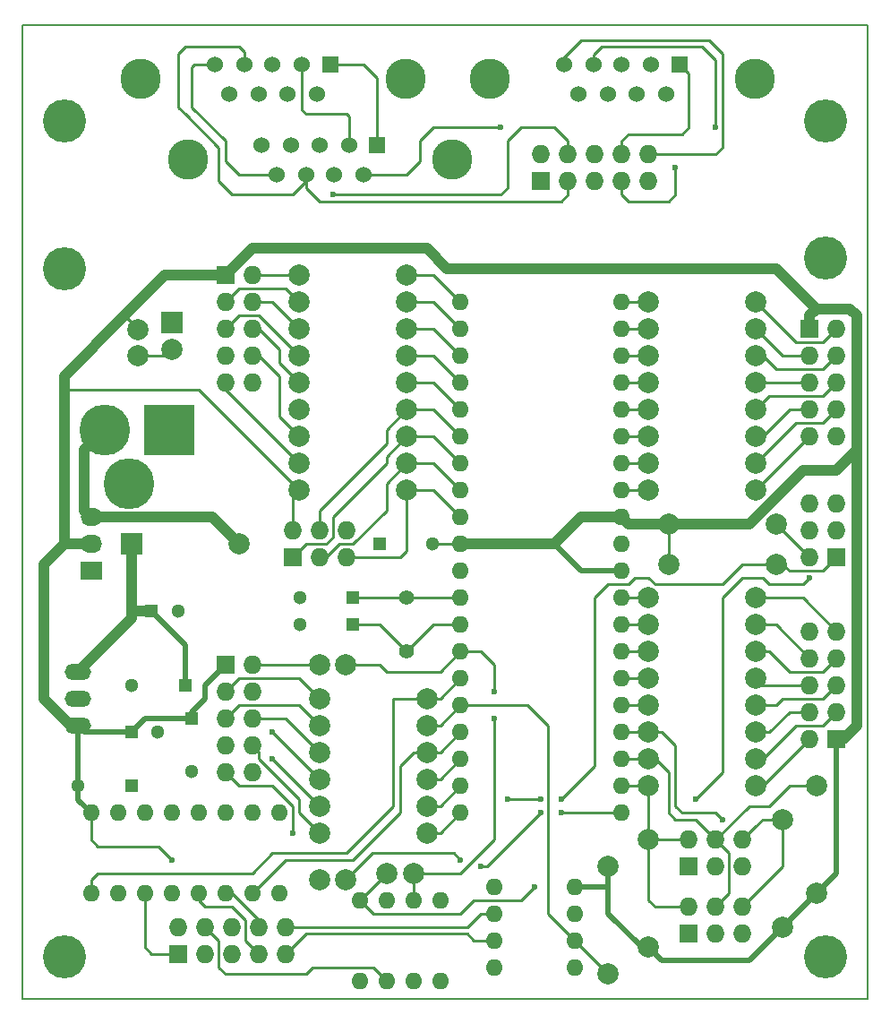
<source format=gbr>
G04 #@! TF.FileFunction,Copper,L1,Top,Signal*
%FSLAX46Y46*%
G04 Gerber Fmt 4.6, Leading zero omitted, Abs format (unit mm)*
G04 Created by KiCad (PCBNEW 4.0.1-stable) date Sonntag, 31. Januar 2016 12:56:46*
%MOMM*%
G01*
G04 APERTURE LIST*
%ADD10C,0.100000*%
%ADD11C,0.150000*%
%ADD12R,1.727200X1.727200*%
%ADD13O,1.727200X1.727200*%
%ADD14C,1.998980*%
%ADD15R,1.998980X1.998980*%
%ADD16C,1.422400*%
%ADD17C,4.064000*%
%ADD18O,1.600000X1.600000*%
%ADD19O,2.499360X1.501140*%
%ADD20R,2.032000X1.727200*%
%ADD21O,2.032000X1.727200*%
%ADD22C,4.800600*%
%ADD23R,4.800600X4.800600*%
%ADD24C,3.810000*%
%ADD25R,1.524000X1.524000*%
%ADD26C,1.524000*%
%ADD27R,2.000000X2.000000*%
%ADD28C,2.000000*%
%ADD29R,1.300000X1.300000*%
%ADD30C,1.300000*%
%ADD31C,0.600000*%
%ADD32C,0.250000*%
%ADD33C,1.000000*%
%ADD34C,0.500000*%
G04 APERTURE END LIST*
D10*
D11*
X80000000Y92000000D02*
X80000000Y80000000D01*
X0Y92000000D02*
X80000000Y92000000D01*
X0Y74000000D02*
X0Y92000000D01*
X0Y74000000D02*
X0Y70000000D01*
X0Y0D02*
X0Y70000000D01*
X17000000Y0D02*
X0Y0D01*
X18000000Y0D02*
X17000000Y0D01*
X80000000Y0D02*
X18000000Y0D01*
X80000000Y80000000D02*
X80000000Y0D01*
D12*
X25565000Y41710000D03*
D13*
X25565000Y44250000D03*
X28105000Y41710000D03*
X28105000Y44250000D03*
X30645000Y41710000D03*
X30645000Y44250000D03*
D14*
X20485000Y42982540D03*
D15*
X10325000Y42982540D03*
D16*
X36360000Y37900000D03*
X36360000Y32820000D03*
D17*
X4000000Y4000000D03*
X4000000Y83000000D03*
X76000000Y83000000D03*
X76000000Y4000000D03*
X4000000Y69000000D03*
X76000000Y70000000D03*
D14*
X10960000Y63259360D03*
X10960000Y60760000D03*
X30604360Y31550000D03*
X28105000Y31550000D03*
X30604360Y11230000D03*
X28105000Y11230000D03*
X34495640Y11865000D03*
X36995000Y11865000D03*
D18*
X6515000Y9960000D03*
X9055000Y9960000D03*
X11595000Y9960000D03*
X14135000Y9960000D03*
X16675000Y9960000D03*
X19215000Y9960000D03*
X21755000Y9960000D03*
X24295000Y9960000D03*
X24295000Y17580000D03*
X21755000Y17580000D03*
X19215000Y17580000D03*
X16675000Y17580000D03*
X14135000Y17580000D03*
X11595000Y17580000D03*
X9055000Y17580000D03*
X6515000Y17580000D03*
D19*
X5245000Y28375000D03*
X5245000Y30915000D03*
X5245000Y25835000D03*
D18*
X44615000Y10595000D03*
X44615000Y8055000D03*
X44615000Y5515000D03*
X44615000Y2975000D03*
X52235000Y2975000D03*
X52235000Y5515000D03*
X52235000Y8055000D03*
X52235000Y10595000D03*
X31915000Y1705000D03*
X34455000Y1705000D03*
X36995000Y1705000D03*
X39535000Y1705000D03*
X39535000Y9325000D03*
X36995000Y9325000D03*
X34455000Y9325000D03*
X31915000Y9325000D03*
D14*
X38265000Y15675000D03*
X28105000Y15675000D03*
X38265000Y18215000D03*
X28105000Y18215000D03*
X38265000Y23295000D03*
X28105000Y23295000D03*
X38265000Y25835000D03*
X28105000Y25835000D03*
X38265000Y20755000D03*
X28105000Y20755000D03*
X38265000Y28375000D03*
X28105000Y28375000D03*
X59220000Y37900000D03*
X69380000Y37900000D03*
X59220000Y35360000D03*
X69380000Y35360000D03*
X59220000Y32820000D03*
X69380000Y32820000D03*
X59220000Y30280000D03*
X69380000Y30280000D03*
X59220000Y27740000D03*
X69380000Y27740000D03*
X59220000Y25200000D03*
X69380000Y25200000D03*
X59220000Y22660000D03*
X69380000Y22660000D03*
X59220000Y20120000D03*
X69380000Y20120000D03*
X36360000Y50600000D03*
X26200000Y50600000D03*
X36360000Y53140000D03*
X26200000Y53140000D03*
X36360000Y55680000D03*
X26200000Y55680000D03*
X36360000Y58220000D03*
X26200000Y58220000D03*
X36360000Y60760000D03*
X26200000Y60760000D03*
X36360000Y63300000D03*
X26200000Y63300000D03*
X36360000Y65840000D03*
X26200000Y65840000D03*
X36360000Y68380000D03*
X26200000Y68380000D03*
X59220000Y48060000D03*
X69380000Y48060000D03*
X59220000Y50600000D03*
X69380000Y50600000D03*
X59220000Y53140000D03*
X69380000Y53140000D03*
X59220000Y55680000D03*
X69380000Y55680000D03*
X59220000Y58220000D03*
X69380000Y58220000D03*
X59220000Y60760000D03*
X69380000Y60760000D03*
X59220000Y63300000D03*
X69380000Y63300000D03*
X59220000Y65840000D03*
X69380000Y65840000D03*
X61125000Y44885000D03*
X71285000Y44885000D03*
X61125000Y41075000D03*
X71285000Y41075000D03*
X36360000Y48060000D03*
X26200000Y48060000D03*
X71920000Y6785000D03*
X71920000Y16945000D03*
X75095000Y9960000D03*
X75095000Y20120000D03*
X59220000Y4880000D03*
X59220000Y15040000D03*
X55410000Y12500000D03*
X55410000Y2340000D03*
D20*
X6515000Y40440000D03*
D21*
X6515000Y42980000D03*
X6515000Y45520000D03*
D22*
X7785000Y53775000D03*
D23*
X13881000Y53775000D03*
D22*
X10071000Y48695000D03*
D12*
X19215000Y31550000D03*
D13*
X21755000Y31550000D03*
X19215000Y29010000D03*
X21755000Y29010000D03*
X19215000Y26470000D03*
X21755000Y26470000D03*
X19215000Y23930000D03*
X21755000Y23930000D03*
X19215000Y21390000D03*
X21755000Y21390000D03*
D12*
X77000000Y24565000D03*
D13*
X74460000Y24565000D03*
X77000000Y27105000D03*
X74460000Y27105000D03*
X77000000Y29645000D03*
X74460000Y29645000D03*
X77000000Y32185000D03*
X74460000Y32185000D03*
X77000000Y34725000D03*
X74460000Y34725000D03*
D12*
X19215000Y68380000D03*
D13*
X21755000Y68380000D03*
X19215000Y65840000D03*
X21755000Y65840000D03*
X19215000Y63300000D03*
X21755000Y63300000D03*
X19215000Y60760000D03*
X21755000Y60760000D03*
X19215000Y58220000D03*
X21755000Y58220000D03*
D12*
X74460000Y63300000D03*
D13*
X77000000Y63300000D03*
X74460000Y60760000D03*
X77000000Y60760000D03*
X74460000Y58220000D03*
X77000000Y58220000D03*
X74460000Y55680000D03*
X77000000Y55680000D03*
X74460000Y53140000D03*
X77000000Y53140000D03*
D12*
X77000000Y41710000D03*
D13*
X74460000Y41710000D03*
X77000000Y44250000D03*
X74460000Y44250000D03*
X77000000Y46790000D03*
X74460000Y46790000D03*
D12*
X14770000Y4245000D03*
D13*
X14770000Y6785000D03*
X17310000Y4245000D03*
X17310000Y6785000D03*
X19850000Y4245000D03*
X19850000Y6785000D03*
X22390000Y4245000D03*
X22390000Y6785000D03*
X24930000Y4245000D03*
X24930000Y6785000D03*
D12*
X49060000Y77270000D03*
D13*
X49060000Y79810000D03*
X51600000Y77270000D03*
X51600000Y79810000D03*
X54140000Y77270000D03*
X54140000Y79810000D03*
X56680000Y77270000D03*
X56680000Y79810000D03*
X59220000Y77270000D03*
X59220000Y79810000D03*
D18*
X41440000Y65840000D03*
X41440000Y63300000D03*
X41440000Y60760000D03*
X41440000Y58220000D03*
X41440000Y55680000D03*
X41440000Y53140000D03*
X41440000Y50600000D03*
X41440000Y48060000D03*
X41440000Y45520000D03*
X41440000Y42980000D03*
X41440000Y40440000D03*
X41440000Y37900000D03*
X41440000Y35360000D03*
X41440000Y32820000D03*
X41440000Y30280000D03*
X41440000Y27740000D03*
X41440000Y25200000D03*
X41440000Y22660000D03*
X41440000Y20120000D03*
X41440000Y17580000D03*
X56680000Y17580000D03*
X56680000Y20120000D03*
X56680000Y22660000D03*
X56680000Y25200000D03*
X56680000Y27740000D03*
X56680000Y30280000D03*
X56680000Y32820000D03*
X56680000Y35360000D03*
X56680000Y37900000D03*
X56680000Y40440000D03*
X56680000Y42980000D03*
X56680000Y45520000D03*
X56680000Y48060000D03*
X56680000Y50600000D03*
X56680000Y53140000D03*
X56680000Y55680000D03*
X56680000Y58220000D03*
X56680000Y60760000D03*
X56680000Y63300000D03*
X56680000Y65840000D03*
D12*
X63030000Y6150000D03*
D13*
X63030000Y8690000D03*
X65570000Y6150000D03*
X65570000Y8690000D03*
X68110000Y6150000D03*
X68110000Y8690000D03*
D12*
X63030000Y12500000D03*
D13*
X63030000Y15040000D03*
X65570000Y12500000D03*
X65570000Y15040000D03*
X68110000Y12500000D03*
X68110000Y15040000D03*
D24*
X15659000Y79302000D03*
X40678000Y79302000D03*
D25*
X33566000Y80699000D03*
D26*
X30899000Y80699000D03*
X28105000Y80699000D03*
X25438000Y80699000D03*
X22644000Y80699000D03*
X32296000Y77905000D03*
X29502000Y77905000D03*
X26835000Y77905000D03*
X24041000Y77905000D03*
D27*
X14135000Y63935000D03*
D28*
X14135000Y61395000D03*
D29*
X33820000Y42980000D03*
D30*
X38820000Y42980000D03*
D29*
X31280000Y35360000D03*
D30*
X26280000Y35360000D03*
D29*
X31280000Y37900000D03*
D30*
X26280000Y37900000D03*
D29*
X10325000Y25200000D03*
D30*
X12825000Y25200000D03*
D29*
X16040000Y26470000D03*
D30*
X16040000Y21470000D03*
D29*
X10325000Y20120000D03*
D30*
X5325000Y20120000D03*
D29*
X15405000Y29645000D03*
D30*
X10405000Y29645000D03*
X14730000Y36630000D03*
D29*
X12230000Y36630000D03*
D24*
X44234000Y86922000D03*
X69253000Y86922000D03*
D25*
X62141000Y88319000D03*
D26*
X59474000Y88319000D03*
X56680000Y88319000D03*
X54013000Y88319000D03*
X51219000Y88319000D03*
X60871000Y85525000D03*
X58077000Y85525000D03*
X55410000Y85525000D03*
X52616000Y85525000D03*
D24*
X11214000Y86922000D03*
X36233000Y86922000D03*
D25*
X29121000Y88319000D03*
D26*
X26454000Y88319000D03*
X23660000Y88319000D03*
X20993000Y88319000D03*
X18199000Y88319000D03*
X27851000Y85525000D03*
X25057000Y85525000D03*
X22390000Y85525000D03*
X19596000Y85525000D03*
D31*
X29375000Y76000000D03*
X45250000Y82350000D03*
X61760000Y78540000D03*
X65570000Y82350000D03*
X48425000Y10595000D03*
X14135000Y13135000D03*
X66205000Y16945000D03*
X44615000Y29010000D03*
X44615000Y26470000D03*
X50965000Y18850000D03*
X49060000Y18850000D03*
X45885000Y18850000D03*
X74460000Y39805000D03*
X63665000Y18850000D03*
X41440000Y13135000D03*
X43345000Y12500000D03*
X49060000Y17580000D03*
X50965000Y17580000D03*
X23660000Y25200000D03*
X23660000Y22660000D03*
X25565000Y15675000D03*
D32*
X33566000Y80699000D02*
X33566000Y87049000D01*
X32296000Y88319000D02*
X29121000Y88319000D01*
X33566000Y87049000D02*
X32296000Y88319000D01*
X26454000Y88319000D02*
X26454000Y84001000D01*
X30899000Y83366000D02*
X30899000Y80699000D01*
X30645000Y83620000D02*
X30899000Y83366000D01*
X26835000Y83620000D02*
X30645000Y83620000D01*
X26454000Y84001000D02*
X26835000Y83620000D01*
X26835000Y77905000D02*
X26835000Y76635000D01*
X51600000Y76000000D02*
X51600000Y77270000D01*
X50965000Y75365000D02*
X51600000Y76000000D01*
X28105000Y75365000D02*
X50965000Y75365000D01*
X26835000Y76635000D02*
X28105000Y75365000D01*
X26835000Y77905000D02*
X26835000Y77270000D01*
X26835000Y77270000D02*
X25565000Y76000000D01*
X25565000Y76000000D02*
X19850000Y76000000D01*
X19850000Y76000000D02*
X18580000Y77270000D01*
X18580000Y77270000D02*
X18580000Y78540000D01*
X18580000Y78540000D02*
X18580000Y80445000D01*
X18580000Y80445000D02*
X15405000Y83620000D01*
X15405000Y83620000D02*
X14770000Y84255000D01*
X14770000Y84255000D02*
X14770000Y89335000D01*
X14770000Y89335000D02*
X15405000Y89970000D01*
X15405000Y89970000D02*
X20485000Y89970000D01*
X20485000Y89970000D02*
X20993000Y89462000D01*
X20993000Y89462000D02*
X20993000Y88319000D01*
X26835000Y77905000D02*
X26835000Y77270000D01*
X51600000Y81080000D02*
X51600000Y79810000D01*
X50330000Y82350000D02*
X51600000Y81080000D01*
X47155000Y82350000D02*
X50330000Y82350000D01*
X45885000Y81080000D02*
X47155000Y82350000D01*
X45885000Y76635000D02*
X45885000Y81080000D01*
X45250000Y76000000D02*
X45885000Y76635000D01*
X43980000Y76000000D02*
X45250000Y76000000D01*
X29375000Y76000000D02*
X43980000Y76000000D01*
X24041000Y77905000D02*
X20485000Y77905000D01*
X16294000Y88319000D02*
X18199000Y88319000D01*
X16040000Y88065000D02*
X16294000Y88319000D01*
X16040000Y84255000D02*
X16040000Y88065000D01*
X19215000Y81080000D02*
X16040000Y84255000D01*
X19215000Y79175000D02*
X19215000Y81080000D01*
X19850000Y78540000D02*
X19215000Y79175000D01*
X20485000Y77905000D02*
X19850000Y78540000D01*
D33*
X6515000Y45520000D02*
X17947540Y45520000D01*
X17947540Y45520000D02*
X20485000Y42982540D01*
X7785000Y53775000D02*
X5880000Y51870000D01*
X5880000Y51870000D02*
X5880000Y46155000D01*
X5880000Y46155000D02*
X6515000Y45520000D01*
D32*
X32296000Y77905000D02*
X36360000Y77905000D01*
X38900000Y82350000D02*
X45250000Y82350000D01*
X37630000Y81080000D02*
X38900000Y82350000D01*
X37630000Y79175000D02*
X37630000Y81080000D01*
X36360000Y77905000D02*
X37630000Y79175000D01*
X62141000Y88319000D02*
X63030000Y87430000D01*
X56680000Y81080000D02*
X56680000Y79810000D01*
X57315000Y81715000D02*
X56680000Y81080000D01*
X62395000Y81715000D02*
X57315000Y81715000D01*
X63030000Y82350000D02*
X62395000Y81715000D01*
X63030000Y87430000D02*
X63030000Y82350000D01*
X56680000Y76000000D02*
X56680000Y77270000D01*
X57315000Y75365000D02*
X56680000Y76000000D01*
X61125000Y75365000D02*
X57315000Y75365000D01*
X61760000Y76000000D02*
X61125000Y75365000D01*
X61760000Y78540000D02*
X61760000Y76000000D01*
X54013000Y88319000D02*
X54013000Y89208000D01*
X65570000Y88700000D02*
X65570000Y82350000D01*
X64300000Y89970000D02*
X65570000Y88700000D01*
X54775000Y89970000D02*
X64300000Y89970000D01*
X54013000Y89208000D02*
X54775000Y89970000D01*
X51219000Y88319000D02*
X51219000Y88954000D01*
X51219000Y88954000D02*
X52870000Y90605000D01*
X52870000Y90605000D02*
X64935000Y90605000D01*
X64935000Y90605000D02*
X66205000Y89335000D01*
X66205000Y89335000D02*
X66205000Y80445000D01*
X66205000Y80445000D02*
X65570000Y79810000D01*
X65570000Y79810000D02*
X59220000Y79810000D01*
X10960000Y63259360D02*
X10960000Y63300000D01*
X10960000Y63300000D02*
X9690000Y64570000D01*
D34*
X77000000Y24565000D02*
X77000000Y11865000D01*
X77000000Y11865000D02*
X75095000Y9960000D01*
X71920000Y6785000D02*
X75095000Y9960000D01*
X59220000Y4880000D02*
X60490000Y3610000D01*
X68745000Y3610000D02*
X71920000Y6785000D01*
X60490000Y3610000D02*
X68745000Y3610000D01*
D33*
X19215000Y68380000D02*
X13500000Y68380000D01*
X3975000Y58855000D02*
X3975000Y57585000D01*
X13500000Y68380000D02*
X9690000Y64570000D01*
X9690000Y64570000D02*
X3975000Y58855000D01*
X75095000Y65205000D02*
X71285000Y69015000D01*
X21755000Y70920000D02*
X19215000Y68380000D01*
X38265000Y70920000D02*
X21755000Y70920000D01*
X40170000Y69015000D02*
X38265000Y70920000D01*
X71285000Y69015000D02*
X40170000Y69015000D01*
D32*
X3975000Y57585000D02*
X16675000Y57585000D01*
X16675000Y57585000D02*
X17945000Y56315000D01*
X17945000Y56315000D02*
X26200000Y48060000D01*
X26200000Y48060000D02*
X25565000Y47425000D01*
X25565000Y47425000D02*
X25565000Y44250000D01*
D33*
X61125000Y44885000D02*
X57315000Y44885000D01*
X57315000Y44885000D02*
X56680000Y45520000D01*
D34*
X56680000Y40440000D02*
X52870000Y40440000D01*
X52870000Y40440000D02*
X50330000Y42980000D01*
D32*
X61125000Y44885000D02*
X61125000Y41075000D01*
X33185000Y8055000D02*
X31915000Y9325000D01*
X41440000Y8055000D02*
X33185000Y8055000D01*
X42710000Y9325000D02*
X41440000Y8055000D01*
X47155000Y9325000D02*
X42710000Y9325000D01*
X48425000Y10595000D02*
X47155000Y9325000D01*
D34*
X52235000Y10595000D02*
X55410000Y10595000D01*
X59220000Y4880000D02*
X58585000Y4880000D01*
X58585000Y4880000D02*
X55410000Y8055000D01*
X55410000Y8055000D02*
X55410000Y10595000D01*
X55410000Y10595000D02*
X55410000Y12500000D01*
D33*
X77000000Y24565000D02*
X77635000Y24565000D01*
X77635000Y24565000D02*
X78905000Y25835000D01*
X78905000Y25835000D02*
X78905000Y51870000D01*
X41440000Y42980000D02*
X50330000Y42980000D01*
X52870000Y45520000D02*
X56680000Y45520000D01*
X50330000Y42980000D02*
X52870000Y45520000D01*
X74460000Y63300000D02*
X74460000Y64570000D01*
X74460000Y64570000D02*
X75095000Y65205000D01*
X75095000Y65205000D02*
X78270000Y65205000D01*
X78270000Y65205000D02*
X78905000Y64570000D01*
X78905000Y64570000D02*
X78905000Y51870000D01*
X78905000Y51870000D02*
X77000000Y49965000D01*
X68745000Y44885000D02*
X57315000Y44885000D01*
X73825000Y49965000D02*
X68745000Y44885000D01*
X77000000Y49965000D02*
X73825000Y49965000D01*
X57315000Y44885000D02*
X56680000Y45520000D01*
X3975000Y42980000D02*
X3975000Y57585000D01*
X5245000Y25835000D02*
X4610000Y25835000D01*
X4610000Y25835000D02*
X2070000Y28375000D01*
X3975000Y42980000D02*
X6515000Y42980000D01*
X2070000Y41075000D02*
X3975000Y42980000D01*
X2070000Y28375000D02*
X2070000Y41075000D01*
D34*
X16040000Y26470000D02*
X16040000Y27105000D01*
X16040000Y27105000D02*
X17310000Y28375000D01*
X17310000Y29645000D02*
X19215000Y31550000D01*
X17310000Y28375000D02*
X17310000Y29645000D01*
X16040000Y26470000D02*
X11595000Y26470000D01*
X11595000Y26470000D02*
X10325000Y25200000D01*
X10325000Y25200000D02*
X5880000Y25200000D01*
X5880000Y25200000D02*
X5245000Y25835000D01*
X5325000Y20120000D02*
X5325000Y25755000D01*
X5325000Y25755000D02*
X5245000Y25835000D01*
X5325000Y20120000D02*
X5325000Y18770000D01*
X5325000Y18770000D02*
X6515000Y17580000D01*
D32*
X6515000Y15040000D02*
X6515000Y17580000D01*
X7150000Y14405000D02*
X6515000Y15040000D01*
X12865000Y14405000D02*
X7150000Y14405000D01*
X14135000Y13135000D02*
X12865000Y14405000D01*
X34495640Y11865000D02*
X34455000Y11865000D01*
X34455000Y11865000D02*
X31915000Y9325000D01*
X41440000Y42980000D02*
X38820000Y42980000D01*
X31280000Y37900000D02*
X36360000Y37900000D01*
X41440000Y37900000D02*
X36360000Y37900000D01*
X36360000Y32820000D02*
X38900000Y35360000D01*
X38900000Y35360000D02*
X41440000Y35360000D01*
X31280000Y35360000D02*
X33820000Y35360000D01*
X33820000Y35360000D02*
X36360000Y32820000D01*
X10960000Y60760000D02*
X13500000Y60760000D01*
X13500000Y60760000D02*
X14135000Y61395000D01*
X56680000Y20120000D02*
X59220000Y20120000D01*
X59220000Y20120000D02*
X59220000Y15040000D01*
X63030000Y8690000D02*
X59855000Y8690000D01*
X59220000Y9325000D02*
X59220000Y15040000D01*
X59855000Y8690000D02*
X59220000Y9325000D01*
X63030000Y15040000D02*
X59220000Y15040000D01*
X65570000Y15040000D02*
X68745000Y18215000D01*
X72555000Y20120000D02*
X75095000Y20120000D01*
X70650000Y18215000D02*
X72555000Y20120000D01*
X68745000Y18215000D02*
X70650000Y18215000D01*
X65570000Y15040000D02*
X63665000Y16945000D01*
X61125000Y21390000D02*
X59855000Y22660000D01*
X61125000Y17580000D02*
X61125000Y21390000D01*
X61760000Y16945000D02*
X61125000Y17580000D01*
X63665000Y16945000D02*
X61760000Y16945000D01*
X59855000Y22660000D02*
X59220000Y22660000D01*
X56680000Y22660000D02*
X59220000Y22660000D01*
X65570000Y15040000D02*
X66840000Y13770000D01*
X66840000Y9960000D02*
X65570000Y8690000D01*
X66840000Y13770000D02*
X66840000Y9960000D01*
X68110000Y8690000D02*
X71920000Y12500000D01*
X71920000Y12500000D02*
X71920000Y16945000D01*
X68110000Y15040000D02*
X69380000Y16310000D01*
X70015000Y16945000D02*
X71920000Y16945000D01*
X69380000Y16310000D02*
X70015000Y16945000D01*
X60490000Y25200000D02*
X59220000Y25200000D01*
X61760000Y23930000D02*
X60490000Y25200000D01*
X61760000Y18215000D02*
X61760000Y23930000D01*
X62395000Y17580000D02*
X61760000Y18215000D01*
X65570000Y17580000D02*
X62395000Y17580000D01*
X66205000Y16945000D02*
X65570000Y17580000D01*
X56680000Y25200000D02*
X59220000Y25200000D01*
X36360000Y68380000D02*
X38900000Y68380000D01*
X38900000Y68380000D02*
X41440000Y65840000D01*
X41440000Y63300000D02*
X38900000Y65840000D01*
X38900000Y65840000D02*
X36360000Y65840000D01*
X41440000Y60760000D02*
X38900000Y63300000D01*
X38900000Y63300000D02*
X36360000Y63300000D01*
X36360000Y60760000D02*
X38900000Y60760000D01*
X38900000Y60760000D02*
X41440000Y58220000D01*
X36360000Y58220000D02*
X38900000Y58220000D01*
X38900000Y58220000D02*
X41440000Y55680000D01*
X28105000Y44250000D02*
X28105000Y46155000D01*
X34455000Y53775000D02*
X36360000Y55680000D01*
X34455000Y52505000D02*
X34455000Y53775000D01*
X28105000Y46155000D02*
X34455000Y52505000D01*
X36360000Y55680000D02*
X38900000Y55680000D01*
X38900000Y55680000D02*
X41440000Y53140000D01*
X25565000Y41710000D02*
X26835000Y42980000D01*
X26835000Y42980000D02*
X28740000Y42980000D01*
X28740000Y42980000D02*
X29375000Y43615000D01*
X29375000Y43615000D02*
X29375000Y45520000D01*
X29375000Y45520000D02*
X34455000Y50600000D01*
X34455000Y50600000D02*
X34455000Y51235000D01*
X34455000Y51235000D02*
X36360000Y53140000D01*
X36360000Y53140000D02*
X38900000Y53140000D01*
X38900000Y53140000D02*
X41440000Y50600000D01*
X28105000Y41710000D02*
X28740000Y41710000D01*
X28740000Y41710000D02*
X30010000Y42980000D01*
X30010000Y42980000D02*
X31280000Y42980000D01*
X31280000Y42980000D02*
X34455000Y46155000D01*
X34455000Y46155000D02*
X34455000Y48695000D01*
X34455000Y48695000D02*
X36360000Y50600000D01*
X36360000Y50600000D02*
X38900000Y50600000D01*
X38900000Y50600000D02*
X41440000Y48060000D01*
X30645000Y41710000D02*
X35725000Y41710000D01*
X36360000Y42345000D02*
X36360000Y48060000D01*
X35725000Y41710000D02*
X36360000Y42345000D01*
X36360000Y48060000D02*
X38900000Y48060000D01*
X38900000Y48060000D02*
X41440000Y45520000D01*
X30604360Y31550000D02*
X31915000Y31550000D01*
X33820000Y31550000D02*
X34455000Y30915000D01*
X34455000Y30915000D02*
X39535000Y30915000D01*
X39535000Y30915000D02*
X41440000Y32820000D01*
X31915000Y31550000D02*
X33820000Y31550000D01*
X36995000Y11865000D02*
X41440000Y11865000D01*
X43345000Y32820000D02*
X41440000Y32820000D01*
X44615000Y31550000D02*
X43345000Y32820000D01*
X44615000Y29010000D02*
X44615000Y31550000D01*
X44615000Y15040000D02*
X44615000Y26470000D01*
X41440000Y11865000D02*
X44615000Y15040000D01*
X36995000Y9325000D02*
X36995000Y11865000D01*
X28105000Y13770000D02*
X23660000Y13770000D01*
X35090000Y28375000D02*
X35090000Y18215000D01*
X35090000Y18215000D02*
X30645000Y13770000D01*
X30645000Y13770000D02*
X28105000Y13770000D01*
X23660000Y13770000D02*
X21755000Y11865000D01*
X21755000Y11865000D02*
X17310000Y11865000D01*
X6515000Y9960000D02*
X6515000Y11230000D01*
X7150000Y11865000D02*
X17310000Y11865000D01*
X6515000Y11230000D02*
X7150000Y11865000D01*
X35090000Y28375000D02*
X38265000Y28375000D01*
X38265000Y28375000D02*
X39535000Y28375000D01*
X39535000Y28375000D02*
X41440000Y30280000D01*
X38265000Y25835000D02*
X39535000Y25835000D01*
X39535000Y25835000D02*
X41440000Y27740000D01*
X52235000Y5515000D02*
X49695000Y8055000D01*
X47790000Y27740000D02*
X41440000Y27740000D01*
X49695000Y25835000D02*
X47790000Y27740000D01*
X49695000Y8055000D02*
X49695000Y25835000D01*
X55410000Y2340000D02*
X52235000Y5515000D01*
X24930000Y13135000D02*
X31280000Y13135000D01*
X31280000Y13135000D02*
X35725000Y17580000D01*
X35725000Y17580000D02*
X35725000Y22025000D01*
X35725000Y22025000D02*
X36995000Y23295000D01*
X38265000Y23295000D02*
X36995000Y23295000D01*
X24930000Y13135000D02*
X21755000Y9960000D01*
X38265000Y23295000D02*
X39535000Y23295000D01*
X39535000Y23295000D02*
X41440000Y25200000D01*
X38265000Y20755000D02*
X39535000Y20755000D01*
X39535000Y20755000D02*
X41440000Y22660000D01*
X38265000Y18215000D02*
X39535000Y18215000D01*
X39535000Y18215000D02*
X41440000Y20120000D01*
X68110000Y41075000D02*
X66205000Y39170000D01*
X66205000Y39170000D02*
X59855000Y39170000D01*
X59855000Y39170000D02*
X59220000Y39805000D01*
X59220000Y39805000D02*
X57950000Y39805000D01*
X57950000Y39805000D02*
X57315000Y39170000D01*
X57315000Y39170000D02*
X55410000Y39170000D01*
X55410000Y39170000D02*
X54140000Y37900000D01*
X54140000Y37900000D02*
X54140000Y22025000D01*
X54140000Y22025000D02*
X50965000Y18850000D01*
X49060000Y18850000D02*
X45885000Y18850000D01*
X71285000Y41075000D02*
X68110000Y41075000D01*
X71285000Y41075000D02*
X71920000Y41075000D01*
X71920000Y41075000D02*
X72555000Y40440000D01*
X72555000Y40440000D02*
X75730000Y40440000D01*
X75730000Y40440000D02*
X77000000Y41710000D01*
X38265000Y15675000D02*
X39535000Y15675000D01*
X39535000Y15675000D02*
X41440000Y17580000D01*
X73825000Y39170000D02*
X74460000Y39805000D01*
X70650000Y39170000D02*
X73825000Y39170000D01*
X70015000Y39805000D02*
X70650000Y39170000D01*
X68110000Y39805000D02*
X70015000Y39805000D01*
X66205000Y37900000D02*
X68110000Y39805000D01*
X66205000Y21390000D02*
X66205000Y37900000D01*
X63665000Y18850000D02*
X66205000Y21390000D01*
X71285000Y44885000D02*
X74460000Y41710000D01*
X56680000Y17580000D02*
X50965000Y17580000D01*
X33144360Y13770000D02*
X30604360Y11230000D01*
X40805000Y13770000D02*
X33144360Y13770000D01*
X41440000Y13135000D02*
X40805000Y13770000D01*
X43980000Y12500000D02*
X43345000Y12500000D01*
X49060000Y17580000D02*
X43980000Y12500000D01*
X56680000Y27740000D02*
X59220000Y27740000D01*
X56680000Y30280000D02*
X59220000Y30280000D01*
X56680000Y32820000D02*
X59220000Y32820000D01*
X56680000Y35360000D02*
X59220000Y35360000D01*
X56680000Y37900000D02*
X59220000Y37900000D01*
X56680000Y48060000D02*
X59220000Y48060000D01*
X59220000Y50600000D02*
X56680000Y50600000D01*
X59220000Y53140000D02*
X56680000Y53140000D01*
X56680000Y55680000D02*
X59220000Y55680000D01*
X59220000Y58220000D02*
X56680000Y58220000D01*
X56680000Y60760000D02*
X59220000Y60760000D01*
X59220000Y63300000D02*
X56680000Y63300000D01*
X56680000Y65840000D02*
X59220000Y65840000D01*
X14770000Y4245000D02*
X12230000Y4245000D01*
X11595000Y4880000D02*
X11595000Y9960000D01*
X12230000Y4245000D02*
X11595000Y4880000D01*
X17310000Y6785000D02*
X18580000Y5515000D01*
X27470000Y2975000D02*
X28105000Y2975000D01*
X26835000Y2340000D02*
X27470000Y2975000D01*
X19215000Y2340000D02*
X26835000Y2340000D01*
X18580000Y2975000D02*
X19215000Y2340000D01*
X18580000Y5515000D02*
X18580000Y2975000D01*
X34455000Y1705000D02*
X33185000Y2975000D01*
X33185000Y2975000D02*
X28105000Y2975000D01*
X33185000Y2975000D02*
X28105000Y2975000D01*
X22390000Y4245000D02*
X21120000Y5515000D01*
X17310000Y8690000D02*
X16675000Y9325000D01*
X19850000Y8690000D02*
X17310000Y8690000D01*
X21120000Y7420000D02*
X19850000Y8690000D01*
X21120000Y5515000D02*
X21120000Y7420000D01*
X16675000Y9325000D02*
X16675000Y9960000D01*
X19215000Y9960000D02*
X19850000Y9960000D01*
X19850000Y9960000D02*
X22390000Y7420000D01*
X22390000Y7420000D02*
X22390000Y6785000D01*
X24930000Y4245000D02*
X26835000Y6150000D01*
X42710000Y5515000D02*
X42075000Y6150000D01*
X42075000Y6150000D02*
X27470000Y6150000D01*
X42710000Y5515000D02*
X44615000Y5515000D01*
X26835000Y6150000D02*
X27470000Y6150000D01*
X24930000Y6785000D02*
X27470000Y6785000D01*
X43345000Y8055000D02*
X42075000Y6785000D01*
X42075000Y6785000D02*
X27470000Y6785000D01*
X43345000Y8055000D02*
X44615000Y8055000D01*
X77000000Y63300000D02*
X75730000Y62030000D01*
X73190000Y62030000D02*
X69380000Y65840000D01*
X75730000Y62030000D02*
X73190000Y62030000D01*
X74460000Y60760000D02*
X71920000Y60760000D01*
X71920000Y60760000D02*
X69380000Y63300000D01*
X69380000Y60760000D02*
X70015000Y60760000D01*
X70015000Y60760000D02*
X71285000Y59490000D01*
X71285000Y59490000D02*
X75730000Y59490000D01*
X75730000Y59490000D02*
X77000000Y60760000D01*
X74460000Y58220000D02*
X69380000Y58220000D01*
X77000000Y58220000D02*
X75730000Y56950000D01*
X70650000Y56950000D02*
X69380000Y55680000D01*
X75730000Y56950000D02*
X70650000Y56950000D01*
X69380000Y53140000D02*
X70015000Y53140000D01*
X70015000Y53140000D02*
X72555000Y55680000D01*
X72555000Y55680000D02*
X74460000Y55680000D01*
X77000000Y55680000D02*
X75730000Y54410000D01*
X73190000Y54410000D02*
X69380000Y50600000D01*
X75730000Y54410000D02*
X73190000Y54410000D01*
X74460000Y53140000D02*
X69380000Y48060000D01*
X26200000Y68380000D02*
X21755000Y68380000D01*
X26200000Y65840000D02*
X24930000Y67110000D01*
X20485000Y67110000D02*
X19215000Y65840000D01*
X24930000Y67110000D02*
X20485000Y67110000D01*
X21755000Y65840000D02*
X23660000Y65840000D01*
X23660000Y65840000D02*
X26200000Y63300000D01*
X26200000Y60760000D02*
X22390000Y64570000D01*
X20485000Y64570000D02*
X19215000Y63300000D01*
X22390000Y64570000D02*
X20485000Y64570000D01*
X21755000Y63300000D02*
X22390000Y63300000D01*
X22390000Y63300000D02*
X24295000Y61395000D01*
X24295000Y61395000D02*
X24295000Y60125000D01*
X24295000Y60125000D02*
X26200000Y58220000D01*
X21755000Y60760000D02*
X22390000Y60760000D01*
X22390000Y60760000D02*
X24295000Y58855000D01*
X24295000Y58855000D02*
X24295000Y55045000D01*
X24295000Y55045000D02*
X26200000Y53140000D01*
X19215000Y58220000D02*
X19215000Y57585000D01*
X19215000Y57585000D02*
X26200000Y50600000D01*
X69380000Y20120000D02*
X70015000Y20120000D01*
X70015000Y20120000D02*
X74460000Y24565000D01*
X77000000Y27105000D02*
X75730000Y25835000D01*
X73190000Y25835000D02*
X70015000Y22660000D01*
X75730000Y25835000D02*
X73190000Y25835000D01*
X70015000Y22660000D02*
X69380000Y22660000D01*
X74460000Y27105000D02*
X72555000Y27105000D01*
X70650000Y25200000D02*
X69380000Y25200000D01*
X72555000Y27105000D02*
X70650000Y25200000D01*
X69380000Y27740000D02*
X71285000Y27740000D01*
X75730000Y28375000D02*
X77000000Y29645000D01*
X71920000Y28375000D02*
X75730000Y28375000D01*
X71285000Y27740000D02*
X71920000Y28375000D01*
X74460000Y29645000D02*
X70015000Y29645000D01*
X70015000Y29645000D02*
X69380000Y30280000D01*
X77000000Y32185000D02*
X75730000Y30915000D01*
X70650000Y32820000D02*
X69380000Y32820000D01*
X72555000Y30915000D02*
X70650000Y32820000D01*
X75730000Y30915000D02*
X72555000Y30915000D01*
X74460000Y32185000D02*
X71285000Y35360000D01*
X71285000Y35360000D02*
X69380000Y35360000D01*
X69380000Y37900000D02*
X73825000Y37900000D01*
X73825000Y37900000D02*
X77000000Y34725000D01*
X28105000Y31550000D02*
X21755000Y31550000D01*
X19215000Y29010000D02*
X20485000Y30280000D01*
X26200000Y30280000D02*
X28105000Y28375000D01*
X24930000Y30280000D02*
X26200000Y30280000D01*
X23660000Y30280000D02*
X24930000Y30280000D01*
X20485000Y30280000D02*
X23660000Y30280000D01*
X28105000Y20755000D02*
X23660000Y25200000D01*
X19215000Y26470000D02*
X20485000Y27740000D01*
X26200000Y27740000D02*
X28105000Y25835000D01*
X25565000Y27740000D02*
X26200000Y27740000D01*
X20485000Y27740000D02*
X25565000Y27740000D01*
X21755000Y26470000D02*
X24930000Y26470000D01*
X24930000Y26470000D02*
X28105000Y23295000D01*
X24930000Y21390000D02*
X23660000Y22660000D01*
X28105000Y18215000D02*
X24930000Y21390000D01*
X24295000Y20755000D02*
X22390000Y22660000D01*
X26200000Y17580000D02*
X26200000Y18850000D01*
X26200000Y18850000D02*
X24295000Y20755000D01*
X28105000Y15675000D02*
X26200000Y17580000D01*
X22390000Y23295000D02*
X21755000Y23930000D01*
X22390000Y22660000D02*
X22390000Y23295000D01*
X23660000Y20120000D02*
X20485000Y20120000D01*
X25565000Y15675000D02*
X25565000Y18215000D01*
X23660000Y20120000D02*
X25565000Y18215000D01*
X20485000Y20120000D02*
X19215000Y21390000D01*
X28105000Y11230000D02*
X28105000Y11865000D01*
D33*
X12230000Y36630000D02*
X10325000Y36630000D01*
D34*
X15405000Y29645000D02*
X15405000Y33455000D01*
X15405000Y33455000D02*
X12230000Y36630000D01*
D33*
X10325000Y42982540D02*
X10325000Y36630000D01*
X10325000Y36630000D02*
X10325000Y35995000D01*
X10325000Y35995000D02*
X5245000Y30915000D01*
M02*

</source>
